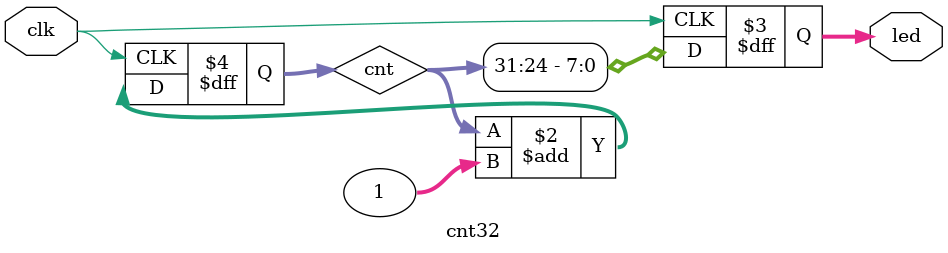
<source format=v>
`timescale 1ns / 1ps

module cnt32(
input			 clk,
output reg [7:0] led);
reg [31:0] cnt;
always@(posedge clk)
begin
	cnt <= cnt + 1;
	led <= cnt[31:24];
end
endmodule

</source>
